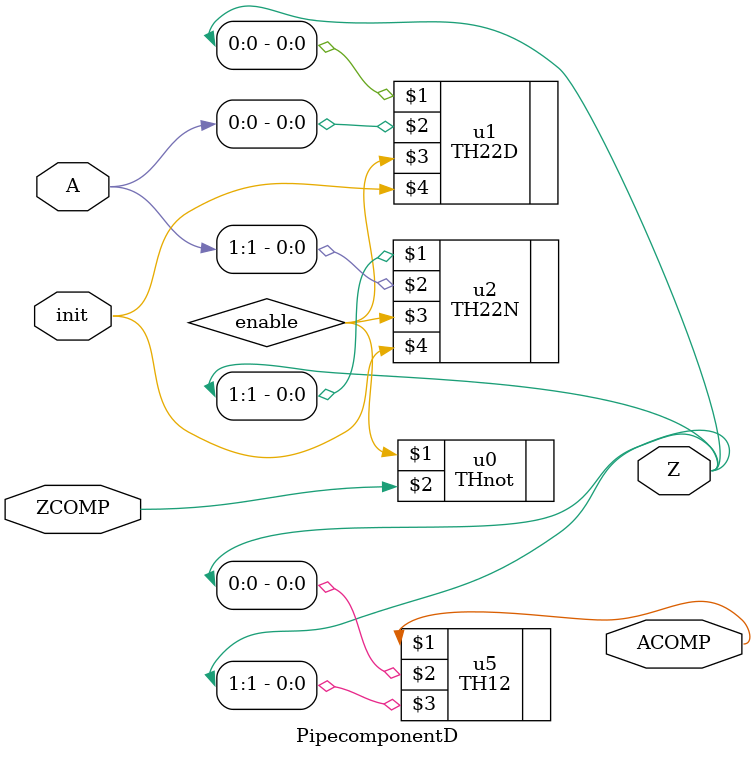
<source format=v>

`timescale 10ps / 1ps

module ring2;

 /* Make an init that pulses once. */
  reg init = 1;
  initial begin
     # 20 init = 0;
     # 1000 $stop;
  end
initial
 begin
    $dumpfile("ring2.vcd");
    $dumpvars(0,ring2);
 end

///// Testbench
/////////////////////////////
///// Circuit Under Test

wire [1:0] A, B, C, D;
wire ACOMP, BCOMP, CCOMP, DCOMP;
// 2 rail 4 oscillation ring
PipecomponentN u1(B, BCOMP, A, ACOMP, init);
Pipecomponent u2(C, CCOMP, B, BCOMP, init);
Pipecomponent u3(D, DCOMP, C, CCOMP, init);
PipecomponentD u4(A, ACOMP, D, DCOMP, init);

endmodule

module Pipecomponent(output [1:0] Z, input ZCOMP, input [1:0] A, output ACOMP, input init);
wire enable;
THnotN  u0(enable, ZCOMP, init);
TH22  u1(Z[0], A[0], enable);
TH22  u2(Z[1], A[1], enable);
TH12 u5 (ACOMP, Z[0], Z[1]);
endmodule


module PipecomponentN(output [1:0] Z, input ZCOMP, input [1:0] A, output ACOMP, input init);
wire enable;
THnotN  u0(enable, ZCOMP, init);
TH22N  u1(Z[0], A[1], enable, init);  // rotate rails
TH22N  u2(Z[1], A[0], enable, init);
TH12 u5 (ACOMP, Z[0], Z[1]);
endmodule

module PipecomponentD(output [1:0] Z, input ZCOMP, input [1:0] A, output ACOMP, input init);
wire enable;
THnot  u0(enable, ZCOMP);
TH22D  u1(Z[0], A[0], enable, init);
TH22N  u2(Z[1], A[1], enable, init);
TH12 u5 (ACOMP, Z[0], Z[1]);
endmodule


</source>
